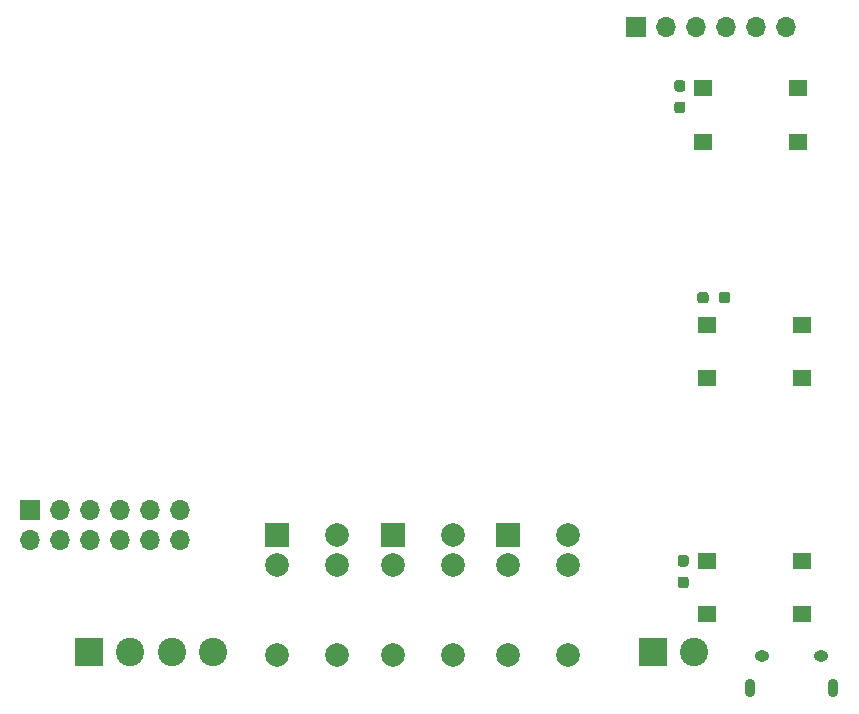
<source format=gbr>
%TF.GenerationSoftware,KiCad,Pcbnew,(5.1.8)-1*%
%TF.CreationDate,2020-12-21T03:10:24-08:00*%
%TF.ProjectId,openThermostat,6f70656e-5468-4657-926d-6f737461742e,rev?*%
%TF.SameCoordinates,Original*%
%TF.FileFunction,Soldermask,Bot*%
%TF.FilePolarity,Negative*%
%FSLAX46Y46*%
G04 Gerber Fmt 4.6, Leading zero omitted, Abs format (unit mm)*
G04 Created by KiCad (PCBNEW (5.1.8)-1) date 2020-12-21 03:10:24*
%MOMM*%
%LPD*%
G01*
G04 APERTURE LIST*
%ADD10R,1.700000X1.700000*%
%ADD11O,1.700000X1.700000*%
%ADD12O,1.250000X0.950000*%
%ADD13O,0.890000X1.550000*%
%ADD14R,2.400000X2.400000*%
%ADD15C,2.400000*%
%ADD16C,2.000000*%
%ADD17R,2.000000X2.000000*%
%ADD18R,1.600000X1.400000*%
G04 APERTURE END LIST*
D10*
%TO.C,J3*%
X94050000Y-93450000D03*
D11*
X94050000Y-95990000D03*
X96590000Y-93450000D03*
X96590000Y-95990000D03*
X99130000Y-93450000D03*
X99130000Y-95990000D03*
X101670000Y-93450000D03*
X101670000Y-95990000D03*
X104210000Y-93450000D03*
X104210000Y-95990000D03*
X106750000Y-93450000D03*
X106750000Y-95990000D03*
%TD*%
D12*
%TO.C,J6*%
X156000000Y-105800000D03*
X161000000Y-105800000D03*
D13*
X155000000Y-108500000D03*
X162000000Y-108500000D03*
%TD*%
D10*
%TO.C,J1*%
X145300000Y-52550000D03*
D11*
X147840000Y-52550000D03*
X150380000Y-52550000D03*
X152920000Y-52550000D03*
X155460000Y-52550000D03*
X158000000Y-52550000D03*
%TD*%
D14*
%TO.C,J4*%
X99000000Y-105500000D03*
D15*
X102500000Y-105500000D03*
X106000000Y-105500000D03*
X109500000Y-105500000D03*
%TD*%
D14*
%TO.C,J5*%
X146750000Y-105500000D03*
D15*
X150250000Y-105500000D03*
%TD*%
D16*
%TO.C,K1*%
X120000000Y-95590000D03*
X120000000Y-98130000D03*
D17*
X114920000Y-95590000D03*
D16*
X114920000Y-98130000D03*
X120000000Y-105750000D03*
X114920000Y-105750000D03*
%TD*%
%TO.C,K2*%
X129830000Y-95590000D03*
X129830000Y-98130000D03*
D17*
X124750000Y-95590000D03*
D16*
X124750000Y-98130000D03*
X129830000Y-105750000D03*
X124750000Y-105750000D03*
%TD*%
%TO.C,K3*%
X134500000Y-105750000D03*
X139580000Y-105750000D03*
X134500000Y-98130000D03*
D17*
X134500000Y-95590000D03*
D16*
X139580000Y-98130000D03*
X139580000Y-95590000D03*
%TD*%
%TO.C,R7*%
G36*
G01*
X149267500Y-59850000D02*
X148792500Y-59850000D01*
G75*
G02*
X148555000Y-59612500I0J237500D01*
G01*
X148555000Y-59112500D01*
G75*
G02*
X148792500Y-58875000I237500J0D01*
G01*
X149267500Y-58875000D01*
G75*
G02*
X149505000Y-59112500I0J-237500D01*
G01*
X149505000Y-59612500D01*
G75*
G02*
X149267500Y-59850000I-237500J0D01*
G01*
G37*
G36*
G01*
X149267500Y-58025000D02*
X148792500Y-58025000D01*
G75*
G02*
X148555000Y-57787500I0J237500D01*
G01*
X148555000Y-57287500D01*
G75*
G02*
X148792500Y-57050000I237500J0D01*
G01*
X149267500Y-57050000D01*
G75*
G02*
X149505000Y-57287500I0J-237500D01*
G01*
X149505000Y-57787500D01*
G75*
G02*
X149267500Y-58025000I-237500J0D01*
G01*
G37*
%TD*%
%TO.C,R8*%
G36*
G01*
X151465000Y-75222500D02*
X151465000Y-75697500D01*
G75*
G02*
X151227500Y-75935000I-237500J0D01*
G01*
X150727500Y-75935000D01*
G75*
G02*
X150490000Y-75697500I0J237500D01*
G01*
X150490000Y-75222500D01*
G75*
G02*
X150727500Y-74985000I237500J0D01*
G01*
X151227500Y-74985000D01*
G75*
G02*
X151465000Y-75222500I0J-237500D01*
G01*
G37*
G36*
G01*
X153290000Y-75222500D02*
X153290000Y-75697500D01*
G75*
G02*
X153052500Y-75935000I-237500J0D01*
G01*
X152552500Y-75935000D01*
G75*
G02*
X152315000Y-75697500I0J237500D01*
G01*
X152315000Y-75222500D01*
G75*
G02*
X152552500Y-74985000I237500J0D01*
G01*
X153052500Y-74985000D01*
G75*
G02*
X153290000Y-75222500I0J-237500D01*
G01*
G37*
%TD*%
%TO.C,R9*%
G36*
G01*
X149072500Y-99085000D02*
X149547500Y-99085000D01*
G75*
G02*
X149785000Y-99322500I0J-237500D01*
G01*
X149785000Y-99822500D01*
G75*
G02*
X149547500Y-100060000I-237500J0D01*
G01*
X149072500Y-100060000D01*
G75*
G02*
X148835000Y-99822500I0J237500D01*
G01*
X148835000Y-99322500D01*
G75*
G02*
X149072500Y-99085000I237500J0D01*
G01*
G37*
G36*
G01*
X149072500Y-97260000D02*
X149547500Y-97260000D01*
G75*
G02*
X149785000Y-97497500I0J-237500D01*
G01*
X149785000Y-97997500D01*
G75*
G02*
X149547500Y-98235000I-237500J0D01*
G01*
X149072500Y-98235000D01*
G75*
G02*
X148835000Y-97997500I0J237500D01*
G01*
X148835000Y-97497500D01*
G75*
G02*
X149072500Y-97260000I237500J0D01*
G01*
G37*
%TD*%
D18*
%TO.C,SW2*%
X159350000Y-82250000D03*
X151350000Y-82250000D03*
X159350000Y-77750000D03*
X151350000Y-77750000D03*
%TD*%
%TO.C,SW3*%
X151350000Y-97750000D03*
X159350000Y-97750000D03*
X151350000Y-102250000D03*
X159350000Y-102250000D03*
%TD*%
%TO.C,SW1*%
X151000000Y-57750000D03*
X159000000Y-57750000D03*
X151000000Y-62250000D03*
X159000000Y-62250000D03*
%TD*%
M02*

</source>
